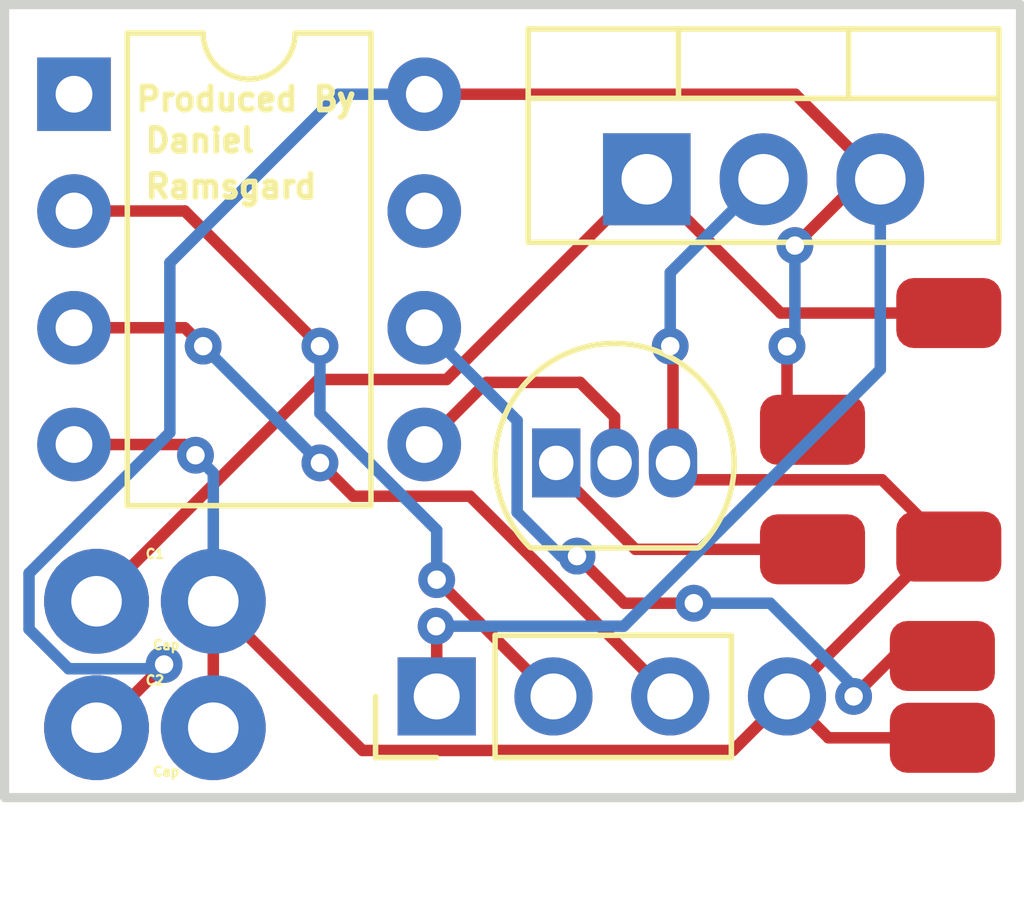
<source format=kicad_pcb>
(kicad_pcb (version 20221018) (generator pcbnew)
  (layers (0 "F.Cu" signal) (31 "B.Cu" signal) (34 "B.Paste" user) (35 "F.Paste" user) (36 "B.SilkS" user "B.Silkscreen") (37 "F.SilkS" user "F.Silkscreen") (38 "B.Mask" user) (39 "F.Mask" user) (44 "Edge.Cuts" user))
  (net 0 "")
  (net 1 "Net-(U3-VI)")
  (net 2 "Net-(Q1-E)")
  (net 3 "Net-(U1-VCC)")
  (net 4 "Net-(Q1-C)")
  (net 5 "Net-(Q1-B)")
  (net 7 "Net-(U2-XTAL2{slash}PB4)")
  (net 9 "Net-(U2-XTAL1{slash}PB3)")
  (net 10 "Net-(U2-PB1)")
  (footprint "Package_TO_SOT_THT:TO-220-3_Vertical" (layer "F.Cu") (at 156.97 103.05)
    (fp_text reference "U3" hide)
    (fp_text value "LM7805_TO220")
    (fp_line (start -2.58 -3.27) (end -2.58 1.371) (stroke (width 0.12)) (layer "F.SilkS"))
    (fp_line (start -2.58 -3.27) (end 7.66 -3.27) (stroke (width 0.12)) (layer "F.SilkS"))
    (fp_line (start -2.58 -1.76) (end 7.66 -1.76) (stroke (width 0.12)) (layer "F.SilkS"))
    (fp_line (start -2.58 1.371) (end 7.66 1.371) (stroke (width 0.12)) (layer "F.SilkS"))
    (fp_line (start 0.69 -3.27) (end 0.69 -1.76) (stroke (width 0.12)) (layer "F.SilkS"))
    (fp_line (start 4.391 -3.27) (end 4.391 -1.76) (stroke (width 0.12)) (layer "F.SilkS"))
    (fp_line (start 7.66 -3.27) (end 7.66 1.371) (stroke (width 0.12)) (layer "F.SilkS"))
    (pad "1" thru_hole rect (at 0 0) (size 1.905 2) (drill 1.1) (layers "*.Cu" "*.Mask") (net 1 "Net-(U3-VI)"))
    (pad "2" thru_hole oval (at 2.54 0) (size 1.905 2) (drill 1.1) (layers "*.Cu" "*.Mask") (net 2 "Net-(Q1-E)"))
    (pad "3" thru_hole oval (at 5.08 0) (size 1.905 2) (drill 1.1) (layers "*.Cu" "*.Mask") (net 3 "Net-(U1-VCC)"))
  )
  (footprint "Custom_FP_Lib:PB_No_Solder" (layer "F.Cu") (at 163.4 118.5)
    (fp_text reference "U6" hide)
    (fp_text value "~" hide)
    (pad "1" smd roundrect (at 0 -5.08) (size 2.286 1.524) (layers "F.Cu" "F.Paste" "F.Mask") (net 10 "Net-(U2-PB1)"))
    (pad "2" smd roundrect (at 0 -3.3) (size 2.286 1.524) (layers "F.Cu" "F.Paste" "F.Mask") (net 2 "Net-(Q1-E)"))
  )
  (footprint "Custom_FP_Lib:Power-Source" (layer "F.Cu") (at 161 108.5)
    (fp_text reference "U4" hide)
    (fp_text value "~" hide)
    (pad "1" smd roundrect (at 2.54 -2.54) (size 2.286 1.524) (layers "F.Cu" "F.Paste" "F.Mask") (net 1 "Net-(U3-VI)"))
    (pad "2" smd roundrect (at 2.54 2.54) (size 2.286 1.524) (layers "F.Cu" "F.Paste" "F.Mask") (net 2 "Net-(Q1-E)"))
  )
  (footprint "Package_DIP:DIP-8_W7.62mm" (layer "F.Cu") (at 144.51 101.2)
    (fp_text reference "U2" hide)
    (fp_text value "ATtiny85-20P")
    (fp_line (start 1.16 -1.33) (end 1.16 8.95) (stroke (width 0.12)) (layer "F.SilkS"))
    (fp_line (start 1.16 8.95) (end 6.46 8.95) (stroke (width 0.12)) (layer "F.SilkS"))
    (fp_line (start 2.81 -1.33) (end 1.16 -1.33) (stroke (width 0.12)) (layer "F.SilkS"))
    (fp_line (start 6.46 -1.33) (end 4.81 -1.33) (stroke (width 0.12)) (layer "F.SilkS"))
    (fp_line (start 6.46 8.95) (end 6.46 -1.33) (stroke (width 0.12)) (layer "F.SilkS"))
    (fp_arc (start 4.81 -1.33) (mid 3.81 -0.33) (end 2.81 -1.33) (stroke (width 0.12)) (layer "F.SilkS"))
    (pad "1" thru_hole rect (at 0 0) (size 1.6 1.6) (drill 0.8) (layers "*.Cu" "*.Mask"))
    (pad "2" thru_hole oval (at 0 2.54) (size 1.6 1.6) (drill 0.8) (layers "*.Cu" "*.Mask") (net 9 "Net-(U2-XTAL1{slash}PB3)"))
    (pad "3" thru_hole oval (at 0 5.08) (size 1.6 1.6) (drill 0.8) (layers "*.Cu" "*.Mask") (net 7 "Net-(U2-XTAL2{slash}PB4)"))
    (pad "4" thru_hole oval (at 0 7.62) (size 1.6 1.6) (drill 0.8) (layers "*.Cu" "*.Mask") (net 2 "Net-(Q1-E)"))
    (pad "5" thru_hole oval (at 7.62 7.62) (size 1.6 1.6) (drill 0.8) (layers "*.Cu" "*.Mask") (net 5 "Net-(Q1-B)"))
    (pad "6" thru_hole oval (at 7.62 5.08) (size 1.6 1.6) (drill 0.8) (layers "*.Cu" "*.Mask") (net 10 "Net-(U2-PB1)"))
    (pad "7" thru_hole oval (at 7.62 2.54) (size 1.6 1.6) (drill 0.8) (layers "*.Cu" "*.Mask"))
    (pad "8" thru_hole oval (at 7.62 0) (size 1.6 1.6) (drill 0.8) (layers "*.Cu" "*.Mask") (net 3 "Net-(U1-VCC)"))
  )
  (footprint "Custom_FP_Lib:Through-Hole Cap" (layer "F.Cu") (at 145 113.5)
    (fp_text reference "C1" (at 1.27 -2.3 unlocked) (layer "F.SilkS") (effects (font (size 0.2 0.2) (thickness 0.05))))
    (fp_text value "C" hide)
    (fp_text user "Cap" (at 1.2 -0.2 unlocked) (layer "F.SilkS") (effects (font (size 0.2 0.2) (thickness 0.05) bold) (justify left bottom)))
    (pad "1" thru_hole custom (at 0 -1.27) (size 2.286 2.286) (drill 1.1) (layers "*.Cu" "*.Mask") (net 1 "Net-(U3-VI)") (options (clearance outline) (anchor circle)) (primitives))
    (pad "2" thru_hole custom (at 2.54 -1.27) (size 2.286 2.286) (drill 1.1) (layers "*.Cu" "*.Mask") (net 2 "Net-(Q1-E)") (options (clearance outline) (anchor circle)) (primitives))
  )
  (footprint "Package_TO_SOT_THT:TO-92_Inline" (layer "F.Cu") (at 155 109.22)
    (fp_text reference "Q1" hide)
    (fp_text value "BC337")
    (fp_line (start -0.53 1.85) (end 3.07 1.85) (stroke (width 0.12)) (layer "F.SilkS"))
    (fp_arc (start -0.568478 1.838478) (mid -1.132087 -0.994977) (end 1.27 -2.6) (stroke (width 0.12)) (layer "F.SilkS"))
    (fp_arc (start 1.27 -2.6) (mid 3.672087 -0.994977) (end 3.108478 1.838478) (stroke (width 0.12)) (layer "F.SilkS"))
    (pad "1" thru_hole rect (at 0 0) (size 1.05 1.5) (drill 0.75) (layers "*.Cu" "*.Mask") (net 4 "Net-(Q1-C)"))
    (pad "2" thru_hole oval (at 1.27 0) (size 1.05 1.5) (drill 0.75) (layers "*.Cu" "*.Mask") (net 5 "Net-(Q1-B)"))
    (pad "3" thru_hole oval (at 2.54 0) (size 1.05 1.5) (drill 0.75) (layers "*.Cu" "*.Mask") (net 2 "Net-(Q1-E)"))
  )
  (footprint "Custom_FP_Lib:HC-SR04" (layer "F.Cu") (at 156.32 112.8 90)
    (fp_text reference "U5" hide)
    (fp_text value "~")
    (fp_line (start -2.83 -5.25) (end -1.5 -5.25) (stroke (width 0.12)) (layer "F.SilkS"))
    (fp_line (start -2.83 -3.92) (end -2.83 -5.25) (stroke (width 0.12)) (layer "F.SilkS"))
    (fp_line (start -2.83 -2.65) (end -2.83 2.49) (stroke (width 0.12)) (layer "F.SilkS"))
    (fp_line (start -2.83 -2.65) (end -0.17 -2.65) (stroke (width 0.12)) (layer "F.SilkS"))
    (fp_line (start -2.83 2.49) (end -0.17 2.49) (stroke (width 0.12)) (layer "F.SilkS"))
    (fp_line (start -0.17 -2.65) (end -0.17 2.49) (stroke (width 0.12)) (layer "F.SilkS"))
    (pad "1" thru_hole rect (at -1.5 -3.92 90) (size 1.7 1.7) (drill 1) (layers "*.Cu" "*.Mask") (net 3 "Net-(U1-VCC)"))
    (pad "2" thru_hole oval (at -1.5 -1.38 90) (size 1.7 1.7) (drill 1) (layers "*.Cu" "*.Mask") (net 9 "Net-(U2-XTAL1{slash}PB3)"))
    (pad "3" thru_hole oval (at -1.5 1.16 90) (size 1.7 1.7) (drill 1) (layers "*.Cu" "*.Mask") (net 7 "Net-(U2-XTAL2{slash}PB4)"))
    (pad "4" thru_hole oval (at -1.5 3.7 90) (size 1.7 1.7) (drill 1) (layers "*.Cu" "*.Mask") (net 2 "Net-(Q1-E)"))
  )
  (footprint "Custom_FP_Lib:Vibration_Motor" (layer "F.Cu") (at 160.575 111.1)
    (fp_text reference "U1" hide)
    (fp_text value "~" hide)
    (pad "1" smd roundrect (at 0 -2.6) (size 2.286 1.524) (layers "F.Cu" "F.Paste" "F.Mask") (net 3 "Net-(U1-VCC)"))
    (pad "2" smd roundrect (at 0 0) (size 2.286 1.524) (layers "F.Cu" "F.Paste" "F.Mask") (net 4 "Net-(Q1-C)"))
  )
  (footprint "Custom_FP_Lib:Through-Hole Cap" (layer "F.Cu") (at 145 116.25)
    (fp_text reference "C2" (at 1.27 -2.3 unlocked) (layer "F.SilkS") (effects (font (size 0.2 0.2) (thickness 0.05))))
    (fp_text value "C" hide)
    (fp_text user "Cap" (at 1.2 -0.2 unlocked) (layer "F.SilkS") (effects (font (size 0.2 0.2) (thickness 0.05) bold) (justify left bottom)))
    (pad "1" thru_hole custom (at 0 -1.27) (size 2.286 2.286) (drill 1.1) (layers "*.Cu" "*.Mask") (net 3 "Net-(U1-VCC)") (options (clearance outline) (anchor circle)) (primitives))
    (pad "2" thru_hole custom (at 2.54 -1.27) (size 2.286 2.286) (drill 1.1) (layers "*.Cu" "*.Mask") (net 2 "Net-(Q1-E)") (options (clearance outline) (anchor circle)) (primitives))
  )
  (gr_rect (start 143 99.25) (end 165.1 116.5) (stroke (width 0.2)) (fill none) (layer "Edge.Cuts"))
  (gr_text "Ramsgard" (at 146 103.5) (layer "F.SilkS") (effects (font (size 0.5 0.5) (thickness 0.125) bold) (justify left bottom)))
  (gr_text "Produced By" (at 145.8 101.6) (layer "F.SilkS") (effects (font (size 0.5 0.5) (thickness 0.125) bold) (justify left bottom)))
  (gr_text "Daniel" (at 146 102.5) (layer "F.SilkS") (effects (font (size 0.5 0.5) (thickness 0.125) bold) (justify left bottom)))
  (segment (start 163.54 105.96) (end 159.88 105.96) (width 0.25) (layer "F.Cu") (net 1))
  (segment (start 159.88 105.96) (end 156.97 103.05) (width 0.25) (layer "F.Cu") (net 1))
  (segment (start 156.97 103.05) (end 152.615 107.405) (width 0.25) (layer "F.Cu") (net 1))
  (segment (start 152.615 107.405) (end 149.825 107.405) (width 0.25) (layer "F.Cu") (net 1))
  (segment (start 149.825 107.405) (end 145 112.23) (width 0.25) (layer "F.Cu") (net 1))
  (segment (start 144.51 108.82) (end 146.92 108.82) (width 0.25) (layer "F.Cu") (net 2))
  (segment (start 157.54 106.74) (end 157.48 106.68) (width 0.25) (layer "F.Cu") (net 2))
  (segment (start 160.92 115.2) (end 160.02 114.3) (width 0.25) (layer "F.Cu") (net 2))
  (segment (start 163.54 111.04) (end 163.28 111.04) (width 0.25) (layer "F.Cu") (net 2))
  (segment (start 147.54 114.98) (end 147.54 112.23) (width 0.25) (layer "F.Cu") (net 2))
  (segment (start 163.4 115.2) (end 160.92 115.2) (width 0.25) (layer "F.Cu") (net 2))
  (segment (start 157.54 109.22) (end 157.907 109.587) (width 0.25) (layer "F.Cu") (net 2))
  (segment (start 146.92 108.82) (end 147.152701 109.052701) (width 0.25) (layer "F.Cu") (net 2))
  (segment (start 162.087 109.587) (end 163.54 111.04) (width 0.25) (layer "F.Cu") (net 2))
  (segment (start 157.907 109.587) (end 162.087 109.587) (width 0.25) (layer "F.Cu") (net 2))
  (segment (start 157.54 109.22) (end 157.54 106.74) (width 0.25) (layer "F.Cu") (net 2))
  (segment (start 158.845 115.475) (end 160.02 114.3) (width 0.25) (layer "F.Cu") (net 2))
  (segment (start 150.785 115.475) (end 158.845 115.475) (width 0.25) (layer "F.Cu") (net 2))
  (segment (start 147.54 112.23) (end 150.785 115.475) (width 0.25) (layer "F.Cu") (net 2))
  (segment (start 163.28 111.04) (end 160.02 114.3) (width 0.25) (layer "F.Cu") (net 2))
  (via (at 157.48 106.68) (size 0.8) (drill 0.4) (layers "F.Cu" "B.Cu") (net 2))
  (via (at 147.152701 109.052701) (size 0.8) (drill 0.4) (layers "F.Cu" "B.Cu") (net 2))
  (segment (start 147.152701 109.052701) (end 147.54 109.44) (width 0.25) (layer "B.Cu") (net 2))
  (segment (start 147.54 109.44) (end 147.54 112.23) (width 0.25) (layer "B.Cu") (net 2))
  (segment (start 157.48 105.08) (end 159.51 103.05) (width 0.25) (layer "B.Cu") (net 2))
  (segment (start 157.48 106.68) (end 157.48 105.08) (width 0.25) (layer "B.Cu") (net 2))
  (segment (start 145.094898 114.98) (end 146.469781 113.605117) (width 0.25) (layer "F.Cu") (net 3))
  (segment (start 162.05 103.05) (end 161.633631 103.05) (width 0.25) (layer "F.Cu") (net 3))
  (segment (start 160.02 107.945) (end 160.575 108.5) (width 0.25) (layer "F.Cu") (net 3))
  (segment (start 160.02 106.6845) (end 160.02 107.945) (width 0.25) (layer "F.Cu") (net 3))
  (segment (start 161.633631 103.05) (end 160.192014 104.491617) (width 0.25) (layer "F.Cu") (net 3))
  (segment (start 152.4 114.3) (end 152.4 112.784599) (width 0.25) (layer "F.Cu") (net 3))
  (segment (start 145 114.98) (end 145.094898 114.98) (width 0.25) (layer "F.Cu") (net 3))
  (segment (start 152.13 101.2) (end 160.2 101.2) (width 0.25) (layer "F.Cu") (net 3))
  (segment (start 160.2 101.2) (end 162.05 103.05) (width 0.25) (layer "F.Cu") (net 3))
  (segment (start 152.4 112.784599) (end 152.387452 112.772051) (width 0.25) (layer "F.Cu") (net 3))
  (via (at 160.192014 104.491617) (size 0.8) (drill 0.4) (layers "F.Cu" "B.Cu") (net 3))
  (via (at 160.02 106.6845) (size 0.8) (drill 0.4) (layers "F.Cu" "B.Cu") (net 3))
  (via (at 152.387452 112.772051) (size 0.8) (drill 0.4) (layers "F.Cu" "B.Cu") (net 3))
  (via (at 146.469781 113.605117) (size 0.8) (drill 0.4) (layers "F.Cu" "B.Cu") (net 3))
  (segment (start 146.469781 113.605117) (end 146.376898 113.698) (width 0.25) (layer "B.Cu") (net 3))
  (segment (start 146.376898 113.698) (end 144.391934 113.698) (width 0.25) (layer "B.Cu") (net 3))
  (segment (start 152.387452 112.772051) (end 156.467949 112.772051) (width 0.25) (layer "B.Cu") (net 3))
  (segment (start 143.532 112.838066) (end 143.532 111.621934) (width 0.25) (layer "B.Cu") (net 3))
  (segment (start 150.26 101.2) (end 152.13 101.2) (width 0.25) (layer "B.Cu") (net 3))
  (segment (start 146.595 104.865) (end 150.26 101.2) (width 0.25) (layer "B.Cu") (net 3))
  (segment (start 160.192014 106.512486) (end 160.02 106.6845) (width 0.25) (layer "B.Cu") (net 3))
  (segment (start 143.532 111.621934) (end 146.595 108.558934) (width 0.25) (layer "B.Cu") (net 3))
  (segment (start 146.595 108.558934) (end 146.595 104.865) (width 0.25) (layer "B.Cu") (net 3))
  (segment (start 144.391934 113.698) (end 143.532 112.838066) (width 0.25) (layer "B.Cu") (net 3))
  (segment (start 156.467949 112.772051) (end 162.05 107.19) (width 0.25) (layer "B.Cu") (net 3))
  (segment (start 162.05 107.19) (end 162.05 103.05) (width 0.25) (layer "B.Cu") (net 3))
  (segment (start 160.192014 104.491617) (end 160.192014 106.512486) (width 0.25) (layer "B.Cu") (net 3))
  (segment (start 155 109.377082) (end 155 109.22) (width 0.25) (layer "F.Cu") (net 4))
  (segment (start 160.575 111.1) (end 156.722918 111.1) (width 0.25) (layer "F.Cu") (net 4))
  (segment (start 156.722918 111.1) (end 155 109.377082) (width 0.25) (layer "F.Cu") (net 4))
  (segment (start 156.27 108.22) (end 155.518198 107.468198) (width 0.25) (layer "F.Cu") (net 5))
  (segment (start 155.518198 107.468198) (end 153.481802 107.468198) (width 0.25) (layer "F.Cu") (net 5))
  (segment (start 156.27 109.22) (end 156.27 108.22) (width 0.25) (layer "F.Cu") (net 5))
  (segment (start 153.481802 107.468198) (end 152.13 108.82) (width 0.25) (layer "F.Cu") (net 5))
  (segment (start 157.48 114.3) (end 153.125 109.945) (width 0.25) (layer "F.Cu") (net 7))
  (segment (start 147.32 106.68) (end 146.92 106.28) (width 0.25) (layer "F.Cu") (net 7))
  (segment (start 153.125 109.945) (end 150.585 109.945) (width 0.25) (layer "F.Cu") (net 7))
  (segment (start 146.92 106.28) (end 144.51 106.28) (width 0.25) (layer "F.Cu") (net 7))
  (segment (start 150.585 109.945) (end 149.86 109.22) (width 0.25) (layer "F.Cu") (net 7))
  (via (at 149.86 109.22) (size 0.8) (drill 0.4) (layers "F.Cu" "B.Cu") (net 7))
  (via (at 147.32 106.68) (size 0.8) (drill 0.4) (layers "F.Cu" "B.Cu") (net 7))
  (segment (start 149.86 109.22) (end 147.32 106.68) (width 0.25) (layer "B.Cu") (net 7))
  (segment (start 152.4 111.76) (end 154.94 114.3) (width 0.25) (layer "F.Cu") (net 9))
  (segment (start 146.92 103.74) (end 149.86 106.68) (width 0.25) (layer "F.Cu") (net 9))
  (segment (start 144.51 103.74) (end 146.92 103.74) (width 0.25) (layer "F.Cu") (net 9))
  (via (at 152.4 111.76) (size 0.8) (drill 0.4) (layers "F.Cu" "B.Cu") (net 9))
  (via (at 149.86 106.68) (size 0.8) (drill 0.4) (layers "F.Cu" "B.Cu") (net 9))
  (segment (start 149.86 108.140991) (end 152.4 110.680991) (width 0.25) (layer "B.Cu") (net 9))
  (segment (start 152.4 110.680991) (end 152.4 111.76) (width 0.25) (layer "B.Cu") (net 9))
  (segment (start 149.86 106.68) (end 149.86 108.140991) (width 0.25) (layer "B.Cu") (net 9))
  (segment (start 157.9923 112.2723) (end 156.4769 112.2723) (width 0.25) (layer "F.Cu") (net 10))
  (segment (start 162.349503 113.42) (end 161.469503 114.3) (width 0.25) (layer "F.Cu") (net 10))
  (segment (start 156.4769 112.2723) (end 155.4523 111.2477) (width 0.25) (layer "F.Cu") (net 10))
  (segment (start 163.4 113.42) (end 162.349503 113.42) (width 0.25) (layer "F.Cu") (net 10))
  (via (at 157.9923 112.2723) (size 0.8) (drill 0.4) (layers "F.Cu" "B.Cu") (net 10))
  (via (at 155.4523 111.2477) (size 0.8) (drill 0.4) (layers "F.Cu" "B.Cu") (net 10))
  (via (at 161.469503 114.3) (size 0.8) (drill 0.4) (layers "F.Cu" "B.Cu") (net 10))
  (segment (start 161.469503 114.087802) (end 159.654001 112.2723) (width 0.25) (layer "B.Cu") (net 10))
  (segment (start 159.654001 112.2723) (end 157.9923 112.2723) (width 0.25) (layer "B.Cu") (net 10))
  (segment (start 161.469503 114.3) (end 161.469503 114.087802) (width 0.25) (layer "B.Cu") (net 10))
  (segment (start 154.15 108.3) (end 152.13 106.28) (width 0.25) (layer "B.Cu") (net 10))
  (segment (start 155.4523 111.2477) (end 155.1027 111.2477) (width 0.25) (layer "B.Cu") (net 10))
  (segment (start 155.1027 111.2477) (end 154.15 110.295) (width 0.25) (layer "B.Cu") (net 10))
  (segment (start 154.15 110.295) (end 154.15 108.3) (width 0.25) (layer "B.Cu") (net 10))
)
</source>
